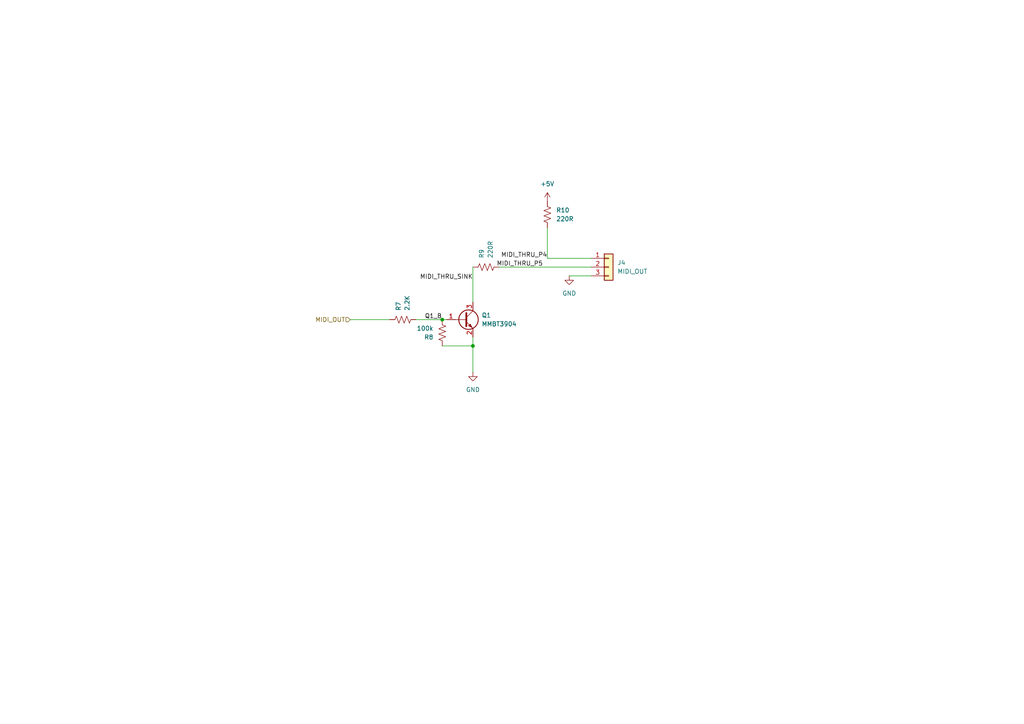
<source format=kicad_sch>
(kicad_sch
	(version 20250114)
	(generator "eeschema")
	(generator_version "9.0")
	(uuid "85702666-cb32-4ac7-adb9-03b240210f03")
	(paper "A4")
	(lib_symbols
		(symbol "Connector_Generic:Conn_01x03"
			(pin_names
				(offset 1.016)
				(hide yes)
			)
			(exclude_from_sim no)
			(in_bom yes)
			(on_board yes)
			(property "Reference" "J"
				(at 0 5.08 0)
				(effects
					(font
						(size 1.27 1.27)
					)
				)
			)
			(property "Value" "Conn_01x03"
				(at 0 -5.08 0)
				(effects
					(font
						(size 1.27 1.27)
					)
				)
			)
			(property "Footprint" ""
				(at 0 0 0)
				(effects
					(font
						(size 1.27 1.27)
					)
					(hide yes)
				)
			)
			(property "Datasheet" "~"
				(at 0 0 0)
				(effects
					(font
						(size 1.27 1.27)
					)
					(hide yes)
				)
			)
			(property "Description" "Generic connector, single row, 01x03, script generated (kicad-library-utils/schlib/autogen/connector/)"
				(at 0 0 0)
				(effects
					(font
						(size 1.27 1.27)
					)
					(hide yes)
				)
			)
			(property "ki_keywords" "connector"
				(at 0 0 0)
				(effects
					(font
						(size 1.27 1.27)
					)
					(hide yes)
				)
			)
			(property "ki_fp_filters" "Connector*:*_1x??_*"
				(at 0 0 0)
				(effects
					(font
						(size 1.27 1.27)
					)
					(hide yes)
				)
			)
			(symbol "Conn_01x03_1_1"
				(rectangle
					(start -1.27 3.81)
					(end 1.27 -3.81)
					(stroke
						(width 0.254)
						(type default)
					)
					(fill
						(type background)
					)
				)
				(rectangle
					(start -1.27 2.667)
					(end 0 2.413)
					(stroke
						(width 0.1524)
						(type default)
					)
					(fill
						(type none)
					)
				)
				(rectangle
					(start -1.27 0.127)
					(end 0 -0.127)
					(stroke
						(width 0.1524)
						(type default)
					)
					(fill
						(type none)
					)
				)
				(rectangle
					(start -1.27 -2.413)
					(end 0 -2.667)
					(stroke
						(width 0.1524)
						(type default)
					)
					(fill
						(type none)
					)
				)
				(pin passive line
					(at -5.08 2.54 0)
					(length 3.81)
					(name "Pin_1"
						(effects
							(font
								(size 1.27 1.27)
							)
						)
					)
					(number "1"
						(effects
							(font
								(size 1.27 1.27)
							)
						)
					)
				)
				(pin passive line
					(at -5.08 0 0)
					(length 3.81)
					(name "Pin_2"
						(effects
							(font
								(size 1.27 1.27)
							)
						)
					)
					(number "2"
						(effects
							(font
								(size 1.27 1.27)
							)
						)
					)
				)
				(pin passive line
					(at -5.08 -2.54 0)
					(length 3.81)
					(name "Pin_3"
						(effects
							(font
								(size 1.27 1.27)
							)
						)
					)
					(number "3"
						(effects
							(font
								(size 1.27 1.27)
							)
						)
					)
				)
			)
			(embedded_fonts no)
		)
		(symbol "Device:R_US"
			(pin_numbers
				(hide yes)
			)
			(pin_names
				(offset 0)
			)
			(exclude_from_sim no)
			(in_bom yes)
			(on_board yes)
			(property "Reference" "R"
				(at 2.54 0 90)
				(effects
					(font
						(size 1.27 1.27)
					)
				)
			)
			(property "Value" "R_US"
				(at -2.54 0 90)
				(effects
					(font
						(size 1.27 1.27)
					)
				)
			)
			(property "Footprint" ""
				(at 1.016 -0.254 90)
				(effects
					(font
						(size 1.27 1.27)
					)
					(hide yes)
				)
			)
			(property "Datasheet" "~"
				(at 0 0 0)
				(effects
					(font
						(size 1.27 1.27)
					)
					(hide yes)
				)
			)
			(property "Description" "Resistor, US symbol"
				(at 0 0 0)
				(effects
					(font
						(size 1.27 1.27)
					)
					(hide yes)
				)
			)
			(property "ki_keywords" "R res resistor"
				(at 0 0 0)
				(effects
					(font
						(size 1.27 1.27)
					)
					(hide yes)
				)
			)
			(property "ki_fp_filters" "R_*"
				(at 0 0 0)
				(effects
					(font
						(size 1.27 1.27)
					)
					(hide yes)
				)
			)
			(symbol "R_US_0_1"
				(polyline
					(pts
						(xy 0 2.286) (xy 0 2.54)
					)
					(stroke
						(width 0)
						(type default)
					)
					(fill
						(type none)
					)
				)
				(polyline
					(pts
						(xy 0 2.286) (xy 1.016 1.905) (xy 0 1.524) (xy -1.016 1.143) (xy 0 0.762)
					)
					(stroke
						(width 0)
						(type default)
					)
					(fill
						(type none)
					)
				)
				(polyline
					(pts
						(xy 0 0.762) (xy 1.016 0.381) (xy 0 0) (xy -1.016 -0.381) (xy 0 -0.762)
					)
					(stroke
						(width 0)
						(type default)
					)
					(fill
						(type none)
					)
				)
				(polyline
					(pts
						(xy 0 -0.762) (xy 1.016 -1.143) (xy 0 -1.524) (xy -1.016 -1.905) (xy 0 -2.286)
					)
					(stroke
						(width 0)
						(type default)
					)
					(fill
						(type none)
					)
				)
				(polyline
					(pts
						(xy 0 -2.286) (xy 0 -2.54)
					)
					(stroke
						(width 0)
						(type default)
					)
					(fill
						(type none)
					)
				)
			)
			(symbol "R_US_1_1"
				(pin passive line
					(at 0 3.81 270)
					(length 1.27)
					(name "~"
						(effects
							(font
								(size 1.27 1.27)
							)
						)
					)
					(number "1"
						(effects
							(font
								(size 1.27 1.27)
							)
						)
					)
				)
				(pin passive line
					(at 0 -3.81 90)
					(length 1.27)
					(name "~"
						(effects
							(font
								(size 1.27 1.27)
							)
						)
					)
					(number "2"
						(effects
							(font
								(size 1.27 1.27)
							)
						)
					)
				)
			)
			(embedded_fonts no)
		)
		(symbol "Transistor_BJT:MMBT3904"
			(pin_names
				(offset 0)
				(hide yes)
			)
			(exclude_from_sim no)
			(in_bom yes)
			(on_board yes)
			(property "Reference" "Q"
				(at 5.08 1.905 0)
				(effects
					(font
						(size 1.27 1.27)
					)
					(justify left)
				)
			)
			(property "Value" "MMBT3904"
				(at 5.08 0 0)
				(effects
					(font
						(size 1.27 1.27)
					)
					(justify left)
				)
			)
			(property "Footprint" "Package_TO_SOT_SMD:SOT-23"
				(at 5.08 -1.905 0)
				(effects
					(font
						(size 1.27 1.27)
						(italic yes)
					)
					(justify left)
					(hide yes)
				)
			)
			(property "Datasheet" "https://www.onsemi.com/pdf/datasheet/pzt3904-d.pdf"
				(at 0 0 0)
				(effects
					(font
						(size 1.27 1.27)
					)
					(justify left)
					(hide yes)
				)
			)
			(property "Description" "0.2A Ic, 40V Vce, Small Signal NPN Transistor, SOT-23"
				(at 0 0 0)
				(effects
					(font
						(size 1.27 1.27)
					)
					(hide yes)
				)
			)
			(property "ki_keywords" "NPN Transistor"
				(at 0 0 0)
				(effects
					(font
						(size 1.27 1.27)
					)
					(hide yes)
				)
			)
			(property "ki_fp_filters" "SOT?23*"
				(at 0 0 0)
				(effects
					(font
						(size 1.27 1.27)
					)
					(hide yes)
				)
			)
			(symbol "MMBT3904_0_1"
				(polyline
					(pts
						(xy -2.54 0) (xy 0.635 0)
					)
					(stroke
						(width 0)
						(type default)
					)
					(fill
						(type none)
					)
				)
				(polyline
					(pts
						(xy 0.635 1.905) (xy 0.635 -1.905)
					)
					(stroke
						(width 0.508)
						(type default)
					)
					(fill
						(type none)
					)
				)
				(circle
					(center 1.27 0)
					(radius 2.8194)
					(stroke
						(width 0.254)
						(type default)
					)
					(fill
						(type none)
					)
				)
			)
			(symbol "MMBT3904_1_1"
				(polyline
					(pts
						(xy 0.635 0.635) (xy 2.54 2.54)
					)
					(stroke
						(width 0)
						(type default)
					)
					(fill
						(type none)
					)
				)
				(polyline
					(pts
						(xy 0.635 -0.635) (xy 2.54 -2.54)
					)
					(stroke
						(width 0)
						(type default)
					)
					(fill
						(type none)
					)
				)
				(polyline
					(pts
						(xy 1.27 -1.778) (xy 1.778 -1.27) (xy 2.286 -2.286) (xy 1.27 -1.778)
					)
					(stroke
						(width 0)
						(type default)
					)
					(fill
						(type outline)
					)
				)
				(pin input line
					(at -5.08 0 0)
					(length 2.54)
					(name "B"
						(effects
							(font
								(size 1.27 1.27)
							)
						)
					)
					(number "1"
						(effects
							(font
								(size 1.27 1.27)
							)
						)
					)
				)
				(pin passive line
					(at 2.54 5.08 270)
					(length 2.54)
					(name "C"
						(effects
							(font
								(size 1.27 1.27)
							)
						)
					)
					(number "3"
						(effects
							(font
								(size 1.27 1.27)
							)
						)
					)
				)
				(pin passive line
					(at 2.54 -5.08 90)
					(length 2.54)
					(name "E"
						(effects
							(font
								(size 1.27 1.27)
							)
						)
					)
					(number "2"
						(effects
							(font
								(size 1.27 1.27)
							)
						)
					)
				)
			)
			(embedded_fonts no)
		)
		(symbol "power:+5V"
			(power)
			(pin_numbers
				(hide yes)
			)
			(pin_names
				(offset 0)
				(hide yes)
			)
			(exclude_from_sim no)
			(in_bom yes)
			(on_board yes)
			(property "Reference" "#PWR"
				(at 0 -3.81 0)
				(effects
					(font
						(size 1.27 1.27)
					)
					(hide yes)
				)
			)
			(property "Value" "+5V"
				(at 0 3.556 0)
				(effects
					(font
						(size 1.27 1.27)
					)
				)
			)
			(property "Footprint" ""
				(at 0 0 0)
				(effects
					(font
						(size 1.27 1.27)
					)
					(hide yes)
				)
			)
			(property "Datasheet" ""
				(at 0 0 0)
				(effects
					(font
						(size 1.27 1.27)
					)
					(hide yes)
				)
			)
			(property "Description" "Power symbol creates a global label with name \"+5V\""
				(at 0 0 0)
				(effects
					(font
						(size 1.27 1.27)
					)
					(hide yes)
				)
			)
			(property "ki_keywords" "global power"
				(at 0 0 0)
				(effects
					(font
						(size 1.27 1.27)
					)
					(hide yes)
				)
			)
			(symbol "+5V_0_1"
				(polyline
					(pts
						(xy -0.762 1.27) (xy 0 2.54)
					)
					(stroke
						(width 0)
						(type default)
					)
					(fill
						(type none)
					)
				)
				(polyline
					(pts
						(xy 0 2.54) (xy 0.762 1.27)
					)
					(stroke
						(width 0)
						(type default)
					)
					(fill
						(type none)
					)
				)
				(polyline
					(pts
						(xy 0 0) (xy 0 2.54)
					)
					(stroke
						(width 0)
						(type default)
					)
					(fill
						(type none)
					)
				)
			)
			(symbol "+5V_1_1"
				(pin power_in line
					(at 0 0 90)
					(length 0)
					(name "~"
						(effects
							(font
								(size 1.27 1.27)
							)
						)
					)
					(number "1"
						(effects
							(font
								(size 1.27 1.27)
							)
						)
					)
				)
			)
			(embedded_fonts no)
		)
		(symbol "power:GND"
			(power)
			(pin_numbers
				(hide yes)
			)
			(pin_names
				(offset 0)
				(hide yes)
			)
			(exclude_from_sim no)
			(in_bom yes)
			(on_board yes)
			(property "Reference" "#PWR"
				(at 0 -6.35 0)
				(effects
					(font
						(size 1.27 1.27)
					)
					(hide yes)
				)
			)
			(property "Value" "GND"
				(at 0 -3.81 0)
				(effects
					(font
						(size 1.27 1.27)
					)
				)
			)
			(property "Footprint" ""
				(at 0 0 0)
				(effects
					(font
						(size 1.27 1.27)
					)
					(hide yes)
				)
			)
			(property "Datasheet" ""
				(at 0 0 0)
				(effects
					(font
						(size 1.27 1.27)
					)
					(hide yes)
				)
			)
			(property "Description" "Power symbol creates a global label with name \"GND\" , ground"
				(at 0 0 0)
				(effects
					(font
						(size 1.27 1.27)
					)
					(hide yes)
				)
			)
			(property "ki_keywords" "global power"
				(at 0 0 0)
				(effects
					(font
						(size 1.27 1.27)
					)
					(hide yes)
				)
			)
			(symbol "GND_0_1"
				(polyline
					(pts
						(xy 0 0) (xy 0 -1.27) (xy 1.27 -1.27) (xy 0 -2.54) (xy -1.27 -1.27) (xy 0 -1.27)
					)
					(stroke
						(width 0)
						(type default)
					)
					(fill
						(type none)
					)
				)
			)
			(symbol "GND_1_1"
				(pin power_in line
					(at 0 0 270)
					(length 0)
					(name "~"
						(effects
							(font
								(size 1.27 1.27)
							)
						)
					)
					(number "1"
						(effects
							(font
								(size 1.27 1.27)
							)
						)
					)
				)
			)
			(embedded_fonts no)
		)
	)
	(junction
		(at 137.16 100.33)
		(diameter 0)
		(color 0 0 0 0)
		(uuid "96b62652-aa24-4015-9b67-753ce5cb8bcd")
	)
	(junction
		(at 128.27 92.71)
		(diameter 0)
		(color 0 0 0 0)
		(uuid "f636980a-91dc-42e5-8845-cceadcaff721")
	)
	(wire
		(pts
			(xy 137.16 100.33) (xy 137.16 97.79)
		)
		(stroke
			(width 0)
			(type default)
		)
		(uuid "1667b64b-2deb-4983-af73-24d68c647632")
	)
	(wire
		(pts
			(xy 165.1 80.01) (xy 171.45 80.01)
		)
		(stroke
			(width 0)
			(type default)
		)
		(uuid "19b17dfa-7063-4d2f-bc73-b655a9ab7993")
	)
	(wire
		(pts
			(xy 158.75 74.93) (xy 171.45 74.93)
		)
		(stroke
			(width 0)
			(type default)
		)
		(uuid "2855efce-107c-48f3-a938-78d2bac30dec")
	)
	(wire
		(pts
			(xy 120.65 92.71) (xy 128.27 92.71)
		)
		(stroke
			(width 0)
			(type default)
		)
		(uuid "5f204734-33e2-4d3e-b861-3dda253bc7f7")
	)
	(wire
		(pts
			(xy 128.27 92.71) (xy 129.54 92.71)
		)
		(stroke
			(width 0)
			(type default)
		)
		(uuid "8debda6a-af1f-4c50-80d8-e550e1918e94")
	)
	(wire
		(pts
			(xy 128.27 100.33) (xy 137.16 100.33)
		)
		(stroke
			(width 0)
			(type default)
		)
		(uuid "9c71acdf-3ef5-4fb3-8010-9774a2cca860")
	)
	(wire
		(pts
			(xy 137.16 107.95) (xy 137.16 100.33)
		)
		(stroke
			(width 0)
			(type default)
		)
		(uuid "b5391ecc-8630-4f7b-b899-629a5cb3c689")
	)
	(wire
		(pts
			(xy 158.75 66.04) (xy 158.75 74.93)
		)
		(stroke
			(width 0)
			(type default)
		)
		(uuid "cc70d6b2-8b36-4bb8-acc8-ef1329757646")
	)
	(wire
		(pts
			(xy 137.16 77.47) (xy 137.16 87.63)
		)
		(stroke
			(width 0)
			(type default)
		)
		(uuid "ebee1ca7-a097-4bb1-9876-06d1c748470c")
	)
	(wire
		(pts
			(xy 101.6 92.71) (xy 113.03 92.71)
		)
		(stroke
			(width 0)
			(type default)
		)
		(uuid "f0eebfe3-ffa6-46c4-9a88-3cfa4c5e788c")
	)
	(wire
		(pts
			(xy 144.78 77.47) (xy 171.45 77.47)
		)
		(stroke
			(width 0)
			(type default)
		)
		(uuid "fbbfea50-c4c8-456b-b098-24a0ec3ee373")
	)
	(label "Q1_B"
		(at 123.19 92.71 0)
		(effects
			(font
				(size 1.27 1.27)
			)
			(justify left bottom)
		)
		(uuid "316d0c85-d6c7-4cb9-88a5-7fcdfd22b66e")
	)
	(label "MIDI_THRU_SINK"
		(at 137.16 81.28 180)
		(effects
			(font
				(size 1.27 1.27)
			)
			(justify right bottom)
		)
		(uuid "47d7f556-a1a8-4864-a330-77dc18bf93dd")
	)
	(label "MIDI_THRU_P5"
		(at 157.48 77.47 180)
		(effects
			(font
				(size 1.27 1.27)
			)
			(justify right bottom)
		)
		(uuid "8c3afbfb-4f28-4ea0-8bf8-7f6385bddd8b")
	)
	(label "MIDI_THRU_P4"
		(at 158.75 74.93 180)
		(effects
			(font
				(size 1.27 1.27)
			)
			(justify right bottom)
		)
		(uuid "a494ef4b-ed2d-4a31-aa84-7e6487eff6f1")
	)
	(hierarchical_label "MIDI_OUT"
		(shape input)
		(at 101.6 92.71 180)
		(effects
			(font
				(size 1.27 1.27)
			)
			(justify right)
		)
		(uuid "a715531d-fcb0-4502-9292-35aa593c292b")
	)
	(symbol
		(lib_id "Device:R_US")
		(at 128.27 96.52 180)
		(unit 1)
		(exclude_from_sim no)
		(in_bom yes)
		(on_board yes)
		(dnp no)
		(uuid "02e082d5-cb20-45e7-a559-8be8cbe58784")
		(property "Reference" "R8"
			(at 125.73 97.7901 0)
			(effects
				(font
					(size 1.27 1.27)
				)
				(justify left)
			)
		)
		(property "Value" "100k"
			(at 125.73 95.2501 0)
			(effects
				(font
					(size 1.27 1.27)
				)
				(justify left)
			)
		)
		(property "Footprint" "Resistor_SMD:R_0603_1608Metric"
			(at 127.254 96.266 90)
			(effects
				(font
					(size 1.27 1.27)
				)
				(hide yes)
			)
		)
		(property "Datasheet" "~"
			(at 128.27 96.52 0)
			(effects
				(font
					(size 1.27 1.27)
				)
				(hide yes)
			)
		)
		(property "Description" "Resistor, US symbol"
			(at 128.27 96.52 0)
			(effects
				(font
					(size 1.27 1.27)
				)
				(hide yes)
			)
		)
		(pin "1"
			(uuid "c9f8b185-f7b3-4daf-aed5-b6dfcec3120f")
		)
		(pin "2"
			(uuid "7916da9c-4687-4bc2-b91c-05943cc3c902")
		)
		(instances
			(project "OrganKeyswitchBreakout"
				(path "/cf1df97f-883a-4122-9971-552927dbf328/f3db0299-4998-412d-a88c-e94395a80076/720daff7-ff09-4ab0-8c06-d50b2e48eba9"
					(reference "R8")
					(unit 1)
				)
			)
		)
	)
	(symbol
		(lib_id "power:+5V")
		(at 158.75 58.42 0)
		(unit 1)
		(exclude_from_sim no)
		(in_bom yes)
		(on_board yes)
		(dnp no)
		(fields_autoplaced yes)
		(uuid "43665203-e7fc-46df-ad82-256e46b5e6e3")
		(property "Reference" "#PWR016"
			(at 158.75 62.23 0)
			(effects
				(font
					(size 1.27 1.27)
				)
				(hide yes)
			)
		)
		(property "Value" "+5V"
			(at 158.75 53.34 0)
			(effects
				(font
					(size 1.27 1.27)
				)
			)
		)
		(property "Footprint" ""
			(at 158.75 58.42 0)
			(effects
				(font
					(size 1.27 1.27)
				)
				(hide yes)
			)
		)
		(property "Datasheet" ""
			(at 158.75 58.42 0)
			(effects
				(font
					(size 1.27 1.27)
				)
				(hide yes)
			)
		)
		(property "Description" "Power symbol creates a global label with name \"+5V\""
			(at 158.75 58.42 0)
			(effects
				(font
					(size 1.27 1.27)
				)
				(hide yes)
			)
		)
		(pin "1"
			(uuid "11614d19-27c7-4fc6-b220-77cf254fcf93")
		)
		(instances
			(project "OrganKeyswitchBreakout"
				(path "/cf1df97f-883a-4122-9971-552927dbf328/f3db0299-4998-412d-a88c-e94395a80076/720daff7-ff09-4ab0-8c06-d50b2e48eba9"
					(reference "#PWR016")
					(unit 1)
				)
			)
		)
	)
	(symbol
		(lib_id "Device:R_US")
		(at 158.75 62.23 0)
		(unit 1)
		(exclude_from_sim no)
		(in_bom yes)
		(on_board yes)
		(dnp no)
		(uuid "4c9f02fd-b955-4894-8fae-6c2a4fb9afaf")
		(property "Reference" "R10"
			(at 161.29 60.9599 0)
			(effects
				(font
					(size 1.27 1.27)
				)
				(justify left)
			)
		)
		(property "Value" "220R"
			(at 161.29 63.4999 0)
			(effects
				(font
					(size 1.27 1.27)
				)
				(justify left)
			)
		)
		(property "Footprint" "Resistor_SMD:R_0603_1608Metric"
			(at 159.766 62.484 90)
			(effects
				(font
					(size 1.27 1.27)
				)
				(hide yes)
			)
		)
		(property "Datasheet" "~"
			(at 158.75 62.23 0)
			(effects
				(font
					(size 1.27 1.27)
				)
				(hide yes)
			)
		)
		(property "Description" "Resistor, US symbol"
			(at 158.75 62.23 0)
			(effects
				(font
					(size 1.27 1.27)
				)
				(hide yes)
			)
		)
		(pin "1"
			(uuid "10d21714-77f3-4442-b422-949b680e2158")
		)
		(pin "2"
			(uuid "1cae3af9-1a17-42d2-8494-79cf730442d2")
		)
		(instances
			(project "OrganKeyswitchBreakout"
				(path "/cf1df97f-883a-4122-9971-552927dbf328/f3db0299-4998-412d-a88c-e94395a80076/720daff7-ff09-4ab0-8c06-d50b2e48eba9"
					(reference "R10")
					(unit 1)
				)
			)
		)
	)
	(symbol
		(lib_id "power:GND")
		(at 165.1 80.01 0)
		(unit 1)
		(exclude_from_sim no)
		(in_bom yes)
		(on_board yes)
		(dnp no)
		(fields_autoplaced yes)
		(uuid "5c8658c3-34a0-45ab-9b17-75df08934405")
		(property "Reference" "#PWR017"
			(at 165.1 86.36 0)
			(effects
				(font
					(size 1.27 1.27)
				)
				(hide yes)
			)
		)
		(property "Value" "GND"
			(at 165.1 85.09 0)
			(effects
				(font
					(size 1.27 1.27)
				)
			)
		)
		(property "Footprint" ""
			(at 165.1 80.01 0)
			(effects
				(font
					(size 1.27 1.27)
				)
				(hide yes)
			)
		)
		(property "Datasheet" ""
			(at 165.1 80.01 0)
			(effects
				(font
					(size 1.27 1.27)
				)
				(hide yes)
			)
		)
		(property "Description" "Power symbol creates a global label with name \"GND\" , ground"
			(at 165.1 80.01 0)
			(effects
				(font
					(size 1.27 1.27)
				)
				(hide yes)
			)
		)
		(pin "1"
			(uuid "ecff5ff2-2692-4415-99c7-bb7ccb216ce7")
		)
		(instances
			(project "OrganKeyswitchBreakout"
				(path "/cf1df97f-883a-4122-9971-552927dbf328/f3db0299-4998-412d-a88c-e94395a80076/720daff7-ff09-4ab0-8c06-d50b2e48eba9"
					(reference "#PWR017")
					(unit 1)
				)
			)
		)
	)
	(symbol
		(lib_id "Connector_Generic:Conn_01x03")
		(at 176.53 77.47 0)
		(unit 1)
		(exclude_from_sim no)
		(in_bom yes)
		(on_board yes)
		(dnp no)
		(fields_autoplaced yes)
		(uuid "83ae4cf4-f10d-4ed4-9c68-1e7b879a614d")
		(property "Reference" "J4"
			(at 179.07 76.1999 0)
			(effects
				(font
					(size 1.27 1.27)
				)
				(justify left)
			)
		)
		(property "Value" "MIDI_OUT"
			(at 179.07 78.7399 0)
			(effects
				(font
					(size 1.27 1.27)
				)
				(justify left)
			)
		)
		(property "Footprint" "Connector_JST:JST_PH_B3B-PH-K_1x03_P2.00mm_Vertical"
			(at 176.53 77.47 0)
			(effects
				(font
					(size 1.27 1.27)
				)
				(hide yes)
			)
		)
		(property "Datasheet" "~"
			(at 176.53 77.47 0)
			(effects
				(font
					(size 1.27 1.27)
				)
				(hide yes)
			)
		)
		(property "Description" "Generic connector, single row, 01x03, script generated (kicad-library-utils/schlib/autogen/connector/)"
			(at 176.53 77.47 0)
			(effects
				(font
					(size 1.27 1.27)
				)
				(hide yes)
			)
		)
		(pin "1"
			(uuid "6e231cfb-d39b-4942-b983-6be5a21914bf")
		)
		(pin "3"
			(uuid "1efb29e9-b61e-4c4a-8d89-c76d43e50536")
		)
		(pin "2"
			(uuid "994b979c-59f5-4a75-b2dc-267c1dfe150c")
		)
		(instances
			(project "OrganKeyswitchBreakout"
				(path "/cf1df97f-883a-4122-9971-552927dbf328/f3db0299-4998-412d-a88c-e94395a80076/720daff7-ff09-4ab0-8c06-d50b2e48eba9"
					(reference "J4")
					(unit 1)
				)
			)
		)
	)
	(symbol
		(lib_id "Device:R_US")
		(at 116.84 92.71 90)
		(unit 1)
		(exclude_from_sim no)
		(in_bom yes)
		(on_board yes)
		(dnp no)
		(uuid "99b567ba-0767-48f8-a199-3b48cea94b51")
		(property "Reference" "R7"
			(at 115.5699 90.17 0)
			(effects
				(font
					(size 1.27 1.27)
				)
				(justify left)
			)
		)
		(property "Value" "2.2K"
			(at 118.1099 90.17 0)
			(effects
				(font
					(size 1.27 1.27)
				)
				(justify left)
			)
		)
		(property "Footprint" "Resistor_SMD:R_0603_1608Metric"
			(at 117.094 91.694 90)
			(effects
				(font
					(size 1.27 1.27)
				)
				(hide yes)
			)
		)
		(property "Datasheet" "~"
			(at 116.84 92.71 0)
			(effects
				(font
					(size 1.27 1.27)
				)
				(hide yes)
			)
		)
		(property "Description" "Resistor, US symbol"
			(at 116.84 92.71 0)
			(effects
				(font
					(size 1.27 1.27)
				)
				(hide yes)
			)
		)
		(pin "1"
			(uuid "b5aafa5d-befd-4f62-8ee6-2293d5445a09")
		)
		(pin "2"
			(uuid "9ba9b302-bc8e-4712-8930-85bb0bd577bb")
		)
		(instances
			(project "OrganKeyswitchBreakout"
				(path "/cf1df97f-883a-4122-9971-552927dbf328/f3db0299-4998-412d-a88c-e94395a80076/720daff7-ff09-4ab0-8c06-d50b2e48eba9"
					(reference "R7")
					(unit 1)
				)
			)
		)
	)
	(symbol
		(lib_id "Transistor_BJT:MMBT3904")
		(at 134.62 92.71 0)
		(unit 1)
		(exclude_from_sim no)
		(in_bom yes)
		(on_board yes)
		(dnp no)
		(fields_autoplaced yes)
		(uuid "a8065dc7-211d-4fb7-9f09-b61d3690b713")
		(property "Reference" "Q1"
			(at 139.7 91.4399 0)
			(effects
				(font
					(size 1.27 1.27)
				)
				(justify left)
			)
		)
		(property "Value" "MMBT3904"
			(at 139.7 93.9799 0)
			(effects
				(font
					(size 1.27 1.27)
				)
				(justify left)
			)
		)
		(property "Footprint" "Package_TO_SOT_SMD:SOT-23"
			(at 139.7 94.615 0)
			(effects
				(font
					(size 1.27 1.27)
					(italic yes)
				)
				(justify left)
				(hide yes)
			)
		)
		(property "Datasheet" "https://www.onsemi.com/pdf/datasheet/pzt3904-d.pdf"
			(at 134.62 92.71 0)
			(effects
				(font
					(size 1.27 1.27)
				)
				(justify left)
				(hide yes)
			)
		)
		(property "Description" "0.2A Ic, 40V Vce, Small Signal NPN Transistor, SOT-23"
			(at 134.62 92.71 0)
			(effects
				(font
					(size 1.27 1.27)
				)
				(hide yes)
			)
		)
		(pin "2"
			(uuid "f8e8d1f4-5b92-499e-8056-08d28b650ddd")
		)
		(pin "3"
			(uuid "a50d4d80-2bdb-42af-b853-a4ea1a31fae5")
		)
		(pin "1"
			(uuid "a11d1430-0dbf-478c-b572-6c84b1604c1d")
		)
		(instances
			(project "OrganKeyswitchBreakout"
				(path "/cf1df97f-883a-4122-9971-552927dbf328/f3db0299-4998-412d-a88c-e94395a80076/720daff7-ff09-4ab0-8c06-d50b2e48eba9"
					(reference "Q1")
					(unit 1)
				)
			)
		)
	)
	(symbol
		(lib_id "power:GND")
		(at 137.16 107.95 0)
		(unit 1)
		(exclude_from_sim no)
		(in_bom yes)
		(on_board yes)
		(dnp no)
		(fields_autoplaced yes)
		(uuid "b8804405-0213-42a1-899c-839c142632a0")
		(property "Reference" "#PWR018"
			(at 137.16 114.3 0)
			(effects
				(font
					(size 1.27 1.27)
				)
				(hide yes)
			)
		)
		(property "Value" "GND"
			(at 137.16 113.03 0)
			(effects
				(font
					(size 1.27 1.27)
				)
			)
		)
		(property "Footprint" ""
			(at 137.16 107.95 0)
			(effects
				(font
					(size 1.27 1.27)
				)
				(hide yes)
			)
		)
		(property "Datasheet" ""
			(at 137.16 107.95 0)
			(effects
				(font
					(size 1.27 1.27)
				)
				(hide yes)
			)
		)
		(property "Description" "Power symbol creates a global label with name \"GND\" , ground"
			(at 137.16 107.95 0)
			(effects
				(font
					(size 1.27 1.27)
				)
				(hide yes)
			)
		)
		(pin "1"
			(uuid "26d7de75-a0fa-4017-911e-e9324901142f")
		)
		(instances
			(project "OrganKeyswitchBreakout"
				(path "/cf1df97f-883a-4122-9971-552927dbf328/f3db0299-4998-412d-a88c-e94395a80076/720daff7-ff09-4ab0-8c06-d50b2e48eba9"
					(reference "#PWR018")
					(unit 1)
				)
			)
		)
	)
	(symbol
		(lib_id "Device:R_US")
		(at 140.97 77.47 90)
		(unit 1)
		(exclude_from_sim no)
		(in_bom yes)
		(on_board yes)
		(dnp no)
		(uuid "df0b6b5f-f9db-4010-a28b-74f30ee045bd")
		(property "Reference" "R9"
			(at 139.6999 74.93 0)
			(effects
				(font
					(size 1.27 1.27)
				)
				(justify left)
			)
		)
		(property "Value" "220R"
			(at 142.2399 74.93 0)
			(effects
				(font
					(size 1.27 1.27)
				)
				(justify left)
			)
		)
		(property "Footprint" "Resistor_SMD:R_0603_1608Metric"
			(at 141.224 76.454 90)
			(effects
				(font
					(size 1.27 1.27)
				)
				(hide yes)
			)
		)
		(property "Datasheet" "~"
			(at 140.97 77.47 0)
			(effects
				(font
					(size 1.27 1.27)
				)
				(hide yes)
			)
		)
		(property "Description" "Resistor, US symbol"
			(at 140.97 77.47 0)
			(effects
				(font
					(size 1.27 1.27)
				)
				(hide yes)
			)
		)
		(pin "1"
			(uuid "302dd0c1-0cb1-4a1e-a092-36abc71562b4")
		)
		(pin "2"
			(uuid "88a244e6-aa52-4ba0-89da-ce87aa318825")
		)
		(instances
			(project "OrganKeyswitchBreakout"
				(path "/cf1df97f-883a-4122-9971-552927dbf328/f3db0299-4998-412d-a88c-e94395a80076/720daff7-ff09-4ab0-8c06-d50b2e48eba9"
					(reference "R9")
					(unit 1)
				)
			)
		)
	)
)

</source>
